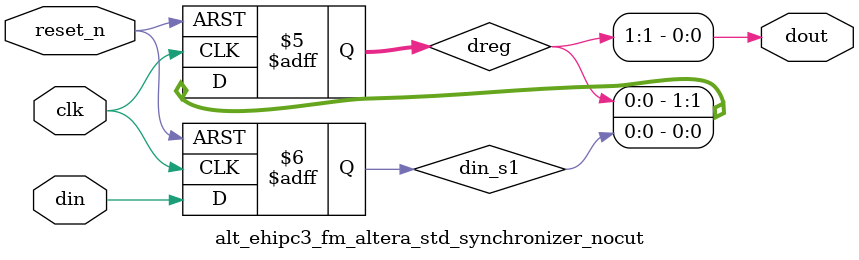
<source format=v>



`timescale 1ns / 1ns

module alt_ehipc3_fm_altera_std_synchronizer_nocut (
                                clk, 
                                reset_n, 
                                din, 
                                dout
                                );

   parameter depth = 3; // This value must be >= 2 !
   parameter rst_value = 0;     
     
   input   clk;
   input   reset_n;    
   input   din;
   output  dout;
   
   // QuartusII synthesis directives:
   //     1. Preserve all registers ie. do not touch them.
   //     2. Do not merge other flip-flops with synchronizer flip-flops.
   // QuartusII TimeQuest directives:
   //     1. Identify all flip-flops in this module as members of the synchronizer 
   //        to enable automatic metastability MTBF analysis.

   (* altera_attribute = {"-name ADV_NETLIST_OPT_ALLOWED NEVER_ALLOW; -name SYNCHRONIZER_IDENTIFICATION FORCED; -name DONT_MERGE_REGISTER ON; -name PRESERVE_REGISTER ON  "} *) reg din_s1;

   (* altera_attribute = {"-name ADV_NETLIST_OPT_ALLOWED NEVER_ALLOW; -name DONT_MERGE_REGISTER ON; -name PRESERVE_REGISTER ON"} *) reg [depth-2:0] dreg;    
   
   //synthesis translate_off
   initial begin
      if (depth <2) begin
         $display("%m: Error: synchronizer length: %0d less than 2.", depth);
      end
   end

   // the first synchronizer register is either a simple D flop for synthesis
   // and non-metastable simulation or a D flop with a method to inject random
   // metastable events resulting in random delay of [0,1] cycles
   
`ifdef __ALTERA_STD__METASTABLE_SIM

   reg[31:0]  RANDOM_SEED = 123456;      
   wire  next_din_s1;
   wire  dout;
   reg   din_last;
   reg          random;
   event metastable_event; // hook for debug monitoring

   initial begin
      $display("%m: Info: Metastable event injection simulation mode enabled");
   end
   
   always @(posedge clk) begin
      if (reset_n == 0)
        random <= $random(RANDOM_SEED);
      else
        random <= $random;
   end

   assign next_din_s1 = (din_last ^ din) ? random : din;   

   always @(posedge clk or negedge reset_n) begin
       if (reset_n == 0) 
         din_last <= (rst_value == 0)? 1'b0 : 1'b1;
       else
         din_last <= din;
   end

   always @(posedge clk or negedge reset_n) begin
       if (reset_n == 0) 
         din_s1 <= (rst_value == 0)? 1'b0 : 1'b1;
       else
         din_s1 <= next_din_s1;
   end
   
`else 

   //synthesis translate_on   
   generate if (rst_value == 0)
       always @(posedge clk or negedge reset_n) begin
           if (reset_n == 0) 
             din_s1 <= 1'b0;
           else
             din_s1 <= din;
       end
   endgenerate
   
   generate if (rst_value == 1)
       always @(posedge clk or negedge reset_n) begin
           if (reset_n == 0) 
             din_s1 <= 1'b1;
           else
             din_s1 <= din;
       end
   endgenerate
   //synthesis translate_off      

`endif

`ifdef __ALTERA_STD__METASTABLE_SIM_VERBOSE
   always @(*) begin
      if (reset_n && (din_last != din) && (random != din)) begin
         $display("%m: Verbose Info: metastable event @ time %t", $time);
         ->metastable_event;
      end
   end      
`endif

   //synthesis translate_on

   // the remaining synchronizer registers form a simple shift register
   // of length depth-1
   generate if (rst_value == 0)
      if (depth < 3) begin
         always @(posedge clk or negedge reset_n) begin
            if (reset_n == 0) 
              dreg <= {depth-1{1'b0}};            
            else
              dreg <= din_s1;
         end         
      end else begin
         always @(posedge clk or negedge reset_n) begin
            if (reset_n == 0) 
              dreg <= {depth-1{1'b0}};
            else
              dreg <= {dreg[depth-3:0], din_s1};
         end
      end
   endgenerate
   
   generate if (rst_value == 1)
      if (depth < 3) begin
         always @(posedge clk or negedge reset_n) begin
            if (reset_n == 0) 
              dreg <= {depth-1{1'b1}};            
            else
              dreg <= din_s1;
         end         
      end else begin
         always @(posedge clk or negedge reset_n) begin
            if (reset_n == 0) 
              dreg <= {depth-1{1'b1}};
            else
              dreg <= {dreg[depth-3:0], din_s1};
         end
      end
   endgenerate

   assign dout = dreg[depth-2];
   
endmodule 


                        
`ifdef QUESTA_INTEL_OEM
`pragma questa_oem_00 "saGjb1xDblePCNY2eWcU/WvrOpZ5y9L4HgH/STvXeTRjyVb5Hg3phAWHKa+Ja3uOaKCFTl5kfGSVJrSHGZIU2CdcxmhdytRqbQ0UcBPifegPrKd6dYg79K0bkZ61/NICQ+UJ9yoeMywH7wFow65pcDvjNEkGcPKTqnQsCsy/RLnS+cZK1GzMa0/iQAhI9wypwGpArU02scNBymXHbs0QD3gEL/csPen+0fxLO07kEh3PugbWOsMFYafkLQyW8Pbi1VuNcDmtprASEf8nFIH/m4a9CuyZMQPSVOm3ArzZWqZ+lQu5ATH5lAN6HwZSzFFbZCjR8BgSEA6JXVaQv8MblzZa86uSpDVfvm2ClXOuWdyeZ2w7IBAIbp/93NuwfZKnlgJoCCSRoKWtAUxuRf8NCAEc5yNRBiVpp4nI2sPj5YLKj5NUitUnBSrUOm2u25XFlA1/5WmJ209MmZSlHkUS/nJNieEa9JrZKZOilgX8Lql7QwMypb5riMSb4Q2NpId+ba4Iw6ltmNR2eVoM/fqfQc8Bd+FnPoBDjlHObI7dpmvA7x2CtqGz1tGgublo33acydJFDoPz7XvmIS+hEII270fkXa+Qm08Br6BrCUK3gSM2rMTuPKiDuWuFFAhJIFi66Jyx92mLHuISjG1zYivDZ6aOy3Yg2W5OYdhK/EjpO/9hBhfoh5lGF6dIVY4e0G687Vud2wHuQUrIwVnQlbQNmlJ5oWKknmjx/E+X7sWhkRXaE1VgO1GdljwG+gv5Pa7jtPvQtOKW4LtK38lsTLMtmb5PrryHBDCv3s2yhyA2usu4dPOcul5dzjzcTay0AP71QRs4kOCQJPHMZ4tcBswsw7jPZTGn36ScFjgIvEHgUpPIp4bSxIGRRmms+cic0JLMKupcJybttbIfSTKJv0WfxYPRFYsqJemR5e9VSsAZroxgDXAifFbM8qfLlYFyG8NwZxltA+yxZ7R08ziTZ6lztdnClbePz8hejaj6cQ6kafb9v6U6e+EPh9pveagOdRFF"
`endif
</source>
